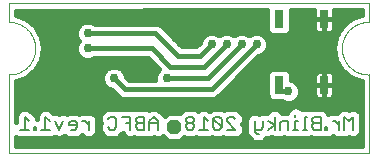
<source format=gbl>
G75*
%MOIN*%
%OFA0B0*%
%FSLAX25Y25*%
%IPPOS*%
%LPD*%
%AMOC8*
5,1,8,0,0,1.08239X$1,22.5*
%
%ADD10C,0.00000*%
%ADD11C,0.00800*%
%ADD12R,0.03000X0.06000*%
%ADD13C,0.02978*%
%ADD14C,0.02400*%
%ADD15C,0.01600*%
%ADD16OC8,0.04750*%
D10*
X0033333Y0005000D02*
X0033333Y0031250D01*
X0033546Y0031253D01*
X0033759Y0031260D01*
X0033972Y0031273D01*
X0034184Y0031291D01*
X0034396Y0031315D01*
X0034607Y0031343D01*
X0034817Y0031377D01*
X0035027Y0031416D01*
X0035236Y0031459D01*
X0035443Y0031508D01*
X0035649Y0031562D01*
X0035854Y0031621D01*
X0036057Y0031685D01*
X0036259Y0031754D01*
X0036459Y0031827D01*
X0036657Y0031906D01*
X0036853Y0031989D01*
X0037047Y0032077D01*
X0037239Y0032170D01*
X0037428Y0032268D01*
X0037615Y0032370D01*
X0037800Y0032476D01*
X0037982Y0032587D01*
X0038161Y0032703D01*
X0038337Y0032822D01*
X0038511Y0032946D01*
X0038681Y0033074D01*
X0038848Y0033207D01*
X0039012Y0033343D01*
X0039172Y0033483D01*
X0039329Y0033627D01*
X0039482Y0033775D01*
X0039632Y0033927D01*
X0039778Y0034082D01*
X0039920Y0034241D01*
X0040059Y0034403D01*
X0040193Y0034568D01*
X0040323Y0034737D01*
X0040449Y0034909D01*
X0040571Y0035084D01*
X0040689Y0035261D01*
X0040802Y0035442D01*
X0040911Y0035625D01*
X0041015Y0035811D01*
X0041115Y0035999D01*
X0041210Y0036190D01*
X0041300Y0036383D01*
X0041386Y0036578D01*
X0041467Y0036775D01*
X0041543Y0036974D01*
X0041614Y0037175D01*
X0041681Y0037377D01*
X0041742Y0037581D01*
X0041798Y0037787D01*
X0041850Y0037994D01*
X0041896Y0038202D01*
X0041937Y0038411D01*
X0041974Y0038621D01*
X0042005Y0038831D01*
X0042031Y0039043D01*
X0042051Y0039255D01*
X0042067Y0039468D01*
X0042077Y0039680D01*
X0042082Y0039893D01*
X0042082Y0040107D01*
X0042077Y0040320D01*
X0042067Y0040532D01*
X0042051Y0040745D01*
X0042031Y0040957D01*
X0042005Y0041169D01*
X0041974Y0041379D01*
X0041937Y0041589D01*
X0041896Y0041798D01*
X0041850Y0042006D01*
X0041798Y0042213D01*
X0041742Y0042419D01*
X0041681Y0042623D01*
X0041614Y0042825D01*
X0041543Y0043026D01*
X0041467Y0043225D01*
X0041386Y0043422D01*
X0041300Y0043617D01*
X0041210Y0043810D01*
X0041115Y0044001D01*
X0041015Y0044189D01*
X0040911Y0044375D01*
X0040802Y0044558D01*
X0040689Y0044739D01*
X0040571Y0044916D01*
X0040449Y0045091D01*
X0040323Y0045263D01*
X0040193Y0045432D01*
X0040059Y0045597D01*
X0039920Y0045759D01*
X0039778Y0045918D01*
X0039632Y0046073D01*
X0039482Y0046225D01*
X0039329Y0046373D01*
X0039172Y0046517D01*
X0039012Y0046657D01*
X0038848Y0046793D01*
X0038681Y0046926D01*
X0038511Y0047054D01*
X0038337Y0047178D01*
X0038161Y0047297D01*
X0037982Y0047413D01*
X0037800Y0047524D01*
X0037615Y0047630D01*
X0037428Y0047732D01*
X0037239Y0047830D01*
X0037047Y0047923D01*
X0036853Y0048011D01*
X0036657Y0048094D01*
X0036459Y0048173D01*
X0036259Y0048246D01*
X0036057Y0048315D01*
X0035854Y0048379D01*
X0035649Y0048438D01*
X0035443Y0048492D01*
X0035236Y0048541D01*
X0035027Y0048584D01*
X0034817Y0048623D01*
X0034607Y0048657D01*
X0034396Y0048685D01*
X0034184Y0048709D01*
X0033972Y0048727D01*
X0033759Y0048740D01*
X0033546Y0048747D01*
X0033333Y0048750D01*
X0033333Y0054961D01*
X0153333Y0055000D01*
X0153333Y0048750D01*
X0153119Y0048754D01*
X0152905Y0048753D01*
X0152691Y0048746D01*
X0152477Y0048735D01*
X0152264Y0048718D01*
X0152051Y0048696D01*
X0151839Y0048668D01*
X0151627Y0048636D01*
X0151416Y0048598D01*
X0151207Y0048556D01*
X0150998Y0048508D01*
X0150790Y0048455D01*
X0150584Y0048397D01*
X0150380Y0048334D01*
X0150177Y0048266D01*
X0149975Y0048193D01*
X0149776Y0048115D01*
X0149578Y0048032D01*
X0149383Y0047944D01*
X0149190Y0047852D01*
X0148999Y0047755D01*
X0148811Y0047653D01*
X0148625Y0047547D01*
X0148441Y0047436D01*
X0148261Y0047321D01*
X0148083Y0047202D01*
X0147909Y0047078D01*
X0147737Y0046950D01*
X0147569Y0046818D01*
X0147404Y0046681D01*
X0147242Y0046541D01*
X0147084Y0046397D01*
X0146929Y0046249D01*
X0146778Y0046097D01*
X0146631Y0045941D01*
X0146488Y0045782D01*
X0146348Y0045620D01*
X0146213Y0045454D01*
X0146081Y0045285D01*
X0145954Y0045113D01*
X0145831Y0044937D01*
X0145713Y0044759D01*
X0145598Y0044578D01*
X0145489Y0044394D01*
X0145384Y0044208D01*
X0145283Y0044019D01*
X0145187Y0043827D01*
X0145096Y0043634D01*
X0145009Y0043438D01*
X0144928Y0043240D01*
X0144851Y0043040D01*
X0144779Y0042838D01*
X0144712Y0042635D01*
X0144650Y0042430D01*
X0144593Y0042224D01*
X0144541Y0042016D01*
X0144495Y0041807D01*
X0144453Y0041597D01*
X0144416Y0041386D01*
X0144385Y0041174D01*
X0144359Y0040962D01*
X0144338Y0040748D01*
X0144322Y0040535D01*
X0144312Y0040321D01*
X0144307Y0040107D01*
X0144307Y0039893D01*
X0144312Y0039679D01*
X0144322Y0039465D01*
X0144338Y0039252D01*
X0144359Y0039038D01*
X0144385Y0038826D01*
X0144416Y0038614D01*
X0144453Y0038403D01*
X0144495Y0038193D01*
X0144541Y0037984D01*
X0144593Y0037776D01*
X0144650Y0037570D01*
X0144712Y0037365D01*
X0144779Y0037162D01*
X0144851Y0036960D01*
X0144928Y0036760D01*
X0145009Y0036562D01*
X0145096Y0036366D01*
X0145187Y0036173D01*
X0145283Y0035981D01*
X0145384Y0035792D01*
X0145489Y0035606D01*
X0145598Y0035422D01*
X0145713Y0035241D01*
X0145831Y0035063D01*
X0145954Y0034887D01*
X0146081Y0034715D01*
X0146213Y0034546D01*
X0146348Y0034380D01*
X0146488Y0034218D01*
X0146631Y0034059D01*
X0146778Y0033903D01*
X0146929Y0033751D01*
X0147084Y0033603D01*
X0147242Y0033459D01*
X0147404Y0033319D01*
X0147569Y0033182D01*
X0147737Y0033050D01*
X0147909Y0032922D01*
X0148083Y0032798D01*
X0148261Y0032679D01*
X0148441Y0032564D01*
X0148625Y0032453D01*
X0148811Y0032347D01*
X0148999Y0032245D01*
X0149190Y0032148D01*
X0149383Y0032056D01*
X0149578Y0031968D01*
X0149776Y0031885D01*
X0149975Y0031807D01*
X0150177Y0031734D01*
X0150380Y0031666D01*
X0150584Y0031603D01*
X0150790Y0031545D01*
X0150998Y0031492D01*
X0151207Y0031444D01*
X0151416Y0031402D01*
X0151627Y0031364D01*
X0151839Y0031332D01*
X0152051Y0031304D01*
X0152264Y0031282D01*
X0152477Y0031265D01*
X0152691Y0031254D01*
X0152905Y0031247D01*
X0153119Y0031246D01*
X0153333Y0031250D01*
X0153333Y0005000D01*
X0033333Y0005000D01*
D11*
X0037161Y0012900D02*
X0039963Y0012900D01*
X0038562Y0012900D02*
X0038562Y0017104D01*
X0039963Y0015702D01*
X0041565Y0013601D02*
X0041565Y0012900D01*
X0042265Y0012900D01*
X0042265Y0013601D01*
X0041565Y0013601D01*
X0044067Y0012900D02*
X0046869Y0012900D01*
X0045468Y0012900D02*
X0045468Y0017104D01*
X0046869Y0015702D01*
X0048671Y0015702D02*
X0050072Y0012900D01*
X0051473Y0015702D01*
X0053275Y0015002D02*
X0053275Y0014301D01*
X0056077Y0014301D01*
X0056077Y0013601D02*
X0055377Y0012900D01*
X0053975Y0012900D01*
X0053275Y0015002D02*
X0053975Y0015702D01*
X0055377Y0015702D01*
X0056077Y0015002D01*
X0056077Y0013601D01*
X0058513Y0015702D02*
X0059914Y0014301D01*
X0059914Y0012900D02*
X0059914Y0015702D01*
X0058513Y0015702D02*
X0057812Y0015702D01*
X0066319Y0016403D02*
X0067020Y0017104D01*
X0068421Y0017104D01*
X0069122Y0016403D01*
X0069122Y0013601D01*
X0068421Y0012900D01*
X0067020Y0012900D01*
X0066319Y0013601D01*
X0070923Y0017104D02*
X0073725Y0017104D01*
X0073725Y0012900D01*
X0075527Y0013601D02*
X0075527Y0014301D01*
X0076228Y0015002D01*
X0078329Y0015002D01*
X0080131Y0015002D02*
X0082933Y0015002D01*
X0082933Y0015702D02*
X0081532Y0017104D01*
X0080131Y0015702D01*
X0080131Y0012900D01*
X0078329Y0012900D02*
X0076228Y0012900D01*
X0075527Y0013601D01*
X0076228Y0015002D02*
X0075527Y0015702D01*
X0075527Y0016403D01*
X0076228Y0017104D01*
X0078329Y0017104D01*
X0078329Y0012900D01*
X0082933Y0012900D02*
X0082933Y0015702D01*
X0073725Y0015002D02*
X0072324Y0015002D01*
X0092186Y0015702D02*
X0092886Y0015002D01*
X0094288Y0015002D01*
X0094988Y0015702D01*
X0094988Y0016403D01*
X0094288Y0017104D01*
X0092886Y0017104D01*
X0092186Y0016403D01*
X0092186Y0015702D01*
X0092886Y0015002D02*
X0092186Y0014301D01*
X0092186Y0013601D01*
X0092886Y0012900D01*
X0094288Y0012900D01*
X0094988Y0013601D01*
X0094988Y0014301D01*
X0094288Y0015002D01*
X0096790Y0012900D02*
X0099592Y0012900D01*
X0098191Y0012900D02*
X0098191Y0017104D01*
X0099592Y0015702D01*
X0101394Y0016403D02*
X0102094Y0017104D01*
X0103495Y0017104D01*
X0104196Y0016403D01*
X0104196Y0013601D01*
X0101394Y0016403D01*
X0101394Y0013601D01*
X0102094Y0012900D01*
X0103495Y0012900D01*
X0104196Y0013601D01*
X0105998Y0012900D02*
X0108800Y0012900D01*
X0105998Y0015702D01*
X0105998Y0016403D01*
X0106698Y0017104D01*
X0108099Y0017104D01*
X0108800Y0016403D01*
X0115205Y0015702D02*
X0115205Y0012199D01*
X0115906Y0011499D01*
X0116607Y0011499D01*
X0117307Y0012900D02*
X0115205Y0012900D01*
X0117307Y0012900D02*
X0118008Y0013601D01*
X0118008Y0015702D01*
X0119743Y0015702D02*
X0121844Y0014301D01*
X0119743Y0012900D01*
X0121844Y0012900D02*
X0121844Y0017104D01*
X0123646Y0015002D02*
X0123646Y0012900D01*
X0123646Y0015002D02*
X0124347Y0015702D01*
X0126448Y0015702D01*
X0126448Y0012900D01*
X0128116Y0012900D02*
X0129518Y0012900D01*
X0128817Y0012900D02*
X0128817Y0015702D01*
X0129518Y0015702D01*
X0128817Y0017104D02*
X0128817Y0017804D01*
X0131886Y0017104D02*
X0131886Y0012900D01*
X0131186Y0012900D02*
X0132587Y0012900D01*
X0134388Y0013601D02*
X0134388Y0014301D01*
X0135089Y0015002D01*
X0137191Y0015002D01*
X0135089Y0015002D02*
X0134388Y0015702D01*
X0134388Y0016403D01*
X0135089Y0017104D01*
X0137191Y0017104D01*
X0137191Y0012900D01*
X0135089Y0012900D01*
X0134388Y0013601D01*
X0138792Y0013601D02*
X0138792Y0012900D01*
X0139493Y0012900D01*
X0139493Y0013601D01*
X0138792Y0013601D01*
X0141228Y0015702D02*
X0141928Y0015702D01*
X0143329Y0014301D01*
X0143329Y0012900D02*
X0143329Y0015702D01*
X0145131Y0017104D02*
X0145131Y0012900D01*
X0147933Y0012900D02*
X0147933Y0017104D01*
X0146532Y0015702D01*
X0145131Y0017104D01*
X0132587Y0017104D02*
X0131886Y0017104D01*
D12*
X0138333Y0027750D03*
X0123333Y0027750D03*
X0123333Y0049750D03*
X0138333Y0049750D03*
D13*
X0147932Y0051106D03*
X0140833Y0042500D03*
X0140833Y0037500D03*
X0130833Y0027500D03*
X0126458Y0025625D03*
X0130833Y0023750D03*
X0115833Y0041250D03*
X0110833Y0041250D03*
X0105833Y0041250D03*
X0100833Y0041250D03*
X0093333Y0041250D03*
X0085833Y0050000D03*
X0059583Y0045000D03*
X0059583Y0040000D03*
X0059583Y0030000D03*
X0068333Y0030000D03*
X0085833Y0030000D03*
X0043333Y0030000D03*
X0043333Y0050000D03*
D14*
X0059583Y0030000D02*
X0068333Y0022500D01*
X0107083Y0022500D01*
X0119583Y0035000D01*
X0125833Y0035000D01*
X0129391Y0031442D01*
X0130641Y0027788D01*
X0130833Y0027500D01*
X0130833Y0023750D01*
X0130833Y0027500D02*
X0140833Y0037500D01*
X0140833Y0042500D01*
X0140833Y0044008D01*
X0147932Y0051106D01*
X0137083Y0040000D01*
X0123333Y0040000D01*
X0117083Y0046250D01*
X0098333Y0046250D01*
X0093333Y0041250D01*
X0147932Y0051106D02*
X0148075Y0051250D01*
X0148333Y0051250D01*
D15*
X0147599Y0049931D02*
X0144480Y0047405D01*
X0144480Y0047405D01*
X0144480Y0047405D01*
X0142437Y0043950D01*
X0141727Y0040000D01*
X0142437Y0036050D01*
X0144480Y0032595D01*
X0147599Y0030069D01*
X0150933Y0028946D01*
X0150933Y0007400D01*
X0035733Y0007400D01*
X0035733Y0010461D01*
X0036604Y0010100D01*
X0040520Y0010100D01*
X0040764Y0010201D01*
X0041008Y0010100D01*
X0042822Y0010100D01*
X0043166Y0010242D01*
X0043510Y0010100D01*
X0047426Y0010100D01*
X0048455Y0010526D01*
X0048490Y0010561D01*
X0048504Y0010553D01*
X0048658Y0010420D01*
X0048998Y0010307D01*
X0049318Y0010147D01*
X0049521Y0010132D01*
X0049715Y0010068D01*
X0050072Y0010093D01*
X0050429Y0010068D01*
X0050623Y0010132D01*
X0050826Y0010147D01*
X0051146Y0010307D01*
X0051486Y0010420D01*
X0051640Y0010553D01*
X0051822Y0010645D01*
X0052031Y0010885D01*
X0052389Y0010526D01*
X0053418Y0010100D01*
X0055933Y0010100D01*
X0056963Y0010526D01*
X0057645Y0011209D01*
X0058328Y0010526D01*
X0059357Y0010100D01*
X0060471Y0010100D01*
X0061500Y0010526D01*
X0062287Y0011314D01*
X0062714Y0012343D01*
X0062714Y0016259D01*
X0062287Y0017288D01*
X0061500Y0018076D01*
X0060471Y0018502D01*
X0059357Y0018502D01*
X0059213Y0018443D01*
X0059069Y0018502D01*
X0057255Y0018502D01*
X0056594Y0018229D01*
X0055933Y0018502D01*
X0053418Y0018502D01*
X0052716Y0018211D01*
X0052227Y0018456D01*
X0051116Y0018535D01*
X0050072Y0018187D01*
X0049028Y0018535D01*
X0048065Y0018466D01*
X0047842Y0018690D01*
X0047054Y0019477D01*
X0046439Y0019732D01*
X0046025Y0019904D01*
X0044911Y0019904D01*
X0043882Y0019477D01*
X0043094Y0018690D01*
X0042840Y0018075D01*
X0042668Y0017661D01*
X0042668Y0016489D01*
X0042337Y0017288D01*
X0040936Y0018690D01*
X0040148Y0019477D01*
X0039533Y0019732D01*
X0039119Y0019904D01*
X0038005Y0019904D01*
X0036976Y0019477D01*
X0036188Y0018690D01*
X0035934Y0018075D01*
X0035762Y0017661D01*
X0035762Y0015351D01*
X0035733Y0015339D01*
X0035733Y0029008D01*
X0038994Y0030195D01*
X0038994Y0030195D01*
X0042006Y0032722D01*
X0042006Y0032722D01*
X0042006Y0032722D01*
X0043973Y0036128D01*
X0044655Y0040000D01*
X0043973Y0043872D01*
X0042006Y0047278D01*
X0038994Y0049805D01*
X0035733Y0050992D01*
X0035733Y0052561D01*
X0119433Y0052589D01*
X0119433Y0046273D01*
X0119799Y0045391D01*
X0120474Y0044715D01*
X0121356Y0044350D01*
X0125311Y0044350D01*
X0126193Y0044715D01*
X0126868Y0045391D01*
X0127233Y0046273D01*
X0127233Y0052591D01*
X0135033Y0052594D01*
X0135033Y0049750D01*
X0135033Y0046513D01*
X0135156Y0046055D01*
X0135393Y0045645D01*
X0135728Y0045310D01*
X0136139Y0045073D01*
X0136596Y0044950D01*
X0138333Y0044950D01*
X0138333Y0049750D01*
X0138333Y0049750D01*
X0135033Y0049750D01*
X0138333Y0049750D01*
X0138333Y0049750D01*
X0138333Y0044950D01*
X0140070Y0044950D01*
X0140528Y0045073D01*
X0140939Y0045310D01*
X0141274Y0045645D01*
X0141511Y0046055D01*
X0141633Y0046513D01*
X0141633Y0049750D01*
X0141633Y0052596D01*
X0150933Y0052599D01*
X0150933Y0051054D01*
X0147599Y0049931D01*
X0147599Y0049931D01*
X0147133Y0049554D02*
X0141633Y0049554D01*
X0141633Y0049750D02*
X0138333Y0049750D01*
X0141633Y0049750D01*
X0141633Y0051152D02*
X0150933Y0051152D01*
X0145160Y0047955D02*
X0141633Y0047955D01*
X0141591Y0046357D02*
X0143860Y0046357D01*
X0142915Y0044758D02*
X0126236Y0044758D01*
X0127233Y0046357D02*
X0135075Y0046357D01*
X0135033Y0047955D02*
X0127233Y0047955D01*
X0127233Y0049554D02*
X0135033Y0049554D01*
X0135033Y0051152D02*
X0127233Y0051152D01*
X0119433Y0051152D02*
X0035733Y0051152D01*
X0038994Y0049805D02*
X0038994Y0049805D01*
X0039294Y0049554D02*
X0119433Y0049554D01*
X0119433Y0047955D02*
X0083310Y0047955D01*
X0083896Y0047713D02*
X0082720Y0048200D01*
X0061883Y0048200D01*
X0061786Y0048297D01*
X0060357Y0048889D01*
X0058810Y0048889D01*
X0057380Y0048297D01*
X0056286Y0047203D01*
X0055694Y0045774D01*
X0055694Y0044226D01*
X0056286Y0042797D01*
X0056584Y0042500D01*
X0056286Y0042203D01*
X0055694Y0040774D01*
X0055694Y0039226D01*
X0056286Y0037797D01*
X0057380Y0036703D01*
X0058810Y0036111D01*
X0060357Y0036111D01*
X0061786Y0036703D01*
X0061883Y0036800D01*
X0079508Y0036800D01*
X0083321Y0032987D01*
X0082536Y0032203D01*
X0081944Y0030774D01*
X0081944Y0029450D01*
X0073409Y0029450D01*
X0072222Y0030637D01*
X0072222Y0030774D01*
X0071630Y0032203D01*
X0070536Y0033297D01*
X0069107Y0033889D01*
X0067560Y0033889D01*
X0066130Y0033297D01*
X0065036Y0032203D01*
X0064444Y0030774D01*
X0064444Y0029226D01*
X0065036Y0027797D01*
X0066130Y0026703D01*
X0067560Y0026111D01*
X0067697Y0026111D01*
X0069370Y0024437D01*
X0070271Y0023537D01*
X0071447Y0023050D01*
X0101470Y0023050D01*
X0102646Y0023537D01*
X0103546Y0024437D01*
X0116470Y0037361D01*
X0116607Y0037361D01*
X0118036Y0037953D01*
X0119130Y0039047D01*
X0119722Y0040476D01*
X0119722Y0042024D01*
X0119130Y0043453D01*
X0118036Y0044547D01*
X0116607Y0045139D01*
X0115060Y0045139D01*
X0113630Y0044547D01*
X0113333Y0044250D01*
X0113036Y0044547D01*
X0111607Y0045139D01*
X0110060Y0045139D01*
X0108630Y0044547D01*
X0108333Y0044250D01*
X0108036Y0044547D01*
X0106607Y0045139D01*
X0105060Y0045139D01*
X0103630Y0044547D01*
X0103333Y0044250D01*
X0103036Y0044547D01*
X0101607Y0045139D01*
X0100060Y0045139D01*
X0098630Y0044547D01*
X0097536Y0043453D01*
X0096944Y0042024D01*
X0096944Y0041887D01*
X0095758Y0040700D01*
X0090909Y0040700D01*
X0083896Y0047713D01*
X0085252Y0046357D02*
X0119433Y0046357D01*
X0120431Y0044758D02*
X0117526Y0044758D01*
X0119252Y0043160D02*
X0142295Y0043160D01*
X0142437Y0043950D02*
X0142437Y0043950D01*
X0138333Y0046357D02*
X0138333Y0046357D01*
X0138333Y0047955D02*
X0138333Y0047955D01*
X0138333Y0049554D02*
X0138333Y0049554D01*
X0138333Y0049750D02*
X0138333Y0049750D01*
X0142007Y0041561D02*
X0119722Y0041561D01*
X0119510Y0039963D02*
X0141733Y0039963D01*
X0141727Y0040000D02*
X0141727Y0040000D01*
X0142021Y0038364D02*
X0118447Y0038364D01*
X0115875Y0036766D02*
X0142308Y0036766D01*
X0142437Y0036050D02*
X0142437Y0036050D01*
X0142959Y0035167D02*
X0114276Y0035167D01*
X0112678Y0033569D02*
X0143904Y0033569D01*
X0144480Y0032595D02*
X0144480Y0032595D01*
X0145252Y0031970D02*
X0141159Y0031970D01*
X0141274Y0031855D02*
X0140939Y0032190D01*
X0140528Y0032427D01*
X0140070Y0032550D01*
X0138333Y0032550D01*
X0136596Y0032550D01*
X0136139Y0032427D01*
X0135728Y0032190D01*
X0135393Y0031855D01*
X0135156Y0031445D01*
X0135033Y0030987D01*
X0135033Y0027750D01*
X0135033Y0024513D01*
X0135156Y0024055D01*
X0135393Y0023645D01*
X0135728Y0023310D01*
X0136139Y0023073D01*
X0136596Y0022950D01*
X0138333Y0022950D01*
X0138333Y0027750D01*
X0138333Y0027750D01*
X0135033Y0027750D01*
X0138333Y0027750D01*
X0138333Y0032550D01*
X0138333Y0027750D01*
X0138333Y0027750D01*
X0138333Y0027750D01*
X0138333Y0022950D01*
X0140070Y0022950D01*
X0140528Y0023073D01*
X0140939Y0023310D01*
X0141274Y0023645D01*
X0141511Y0024055D01*
X0141633Y0024513D01*
X0141633Y0027750D01*
X0141633Y0030987D01*
X0141511Y0031445D01*
X0141274Y0031855D01*
X0141633Y0030372D02*
X0147225Y0030372D01*
X0147599Y0030069D02*
X0147599Y0030069D01*
X0150933Y0028773D02*
X0141633Y0028773D01*
X0141633Y0027750D02*
X0138333Y0027750D01*
X0138333Y0027750D01*
X0141633Y0027750D01*
X0141633Y0027175D02*
X0150933Y0027175D01*
X0150933Y0025576D02*
X0141633Y0025576D01*
X0141466Y0023978D02*
X0150933Y0023978D01*
X0150933Y0022379D02*
X0128712Y0022379D01*
X0128661Y0022328D02*
X0129755Y0023422D01*
X0130347Y0024851D01*
X0130347Y0026399D01*
X0129755Y0027828D01*
X0128661Y0028922D01*
X0127233Y0029513D01*
X0127233Y0031227D01*
X0126868Y0032109D01*
X0126193Y0032785D01*
X0125311Y0033150D01*
X0121356Y0033150D01*
X0120474Y0032785D01*
X0119799Y0032109D01*
X0119433Y0031227D01*
X0119433Y0024273D01*
X0119799Y0023391D01*
X0120474Y0022715D01*
X0121356Y0022350D01*
X0124233Y0022350D01*
X0124255Y0022328D01*
X0125685Y0021736D01*
X0127232Y0021736D01*
X0128661Y0022328D01*
X0128260Y0020604D02*
X0127231Y0020178D01*
X0126443Y0019390D01*
X0126076Y0018502D01*
X0124296Y0018502D01*
X0124218Y0018690D01*
X0123430Y0019477D01*
X0122401Y0019904D01*
X0121287Y0019904D01*
X0120258Y0019477D01*
X0119471Y0018690D01*
X0119387Y0018487D01*
X0118858Y0018381D01*
X0118565Y0018502D01*
X0117451Y0018502D01*
X0116607Y0018153D01*
X0115762Y0018502D01*
X0114648Y0018502D01*
X0113619Y0018076D01*
X0112832Y0017288D01*
X0112405Y0016259D01*
X0112405Y0011642D01*
X0112652Y0011048D01*
X0112832Y0010613D01*
X0113532Y0009913D01*
X0113532Y0009913D01*
X0114320Y0009125D01*
X0114929Y0008873D01*
X0115349Y0008699D01*
X0117164Y0008699D01*
X0118193Y0009125D01*
X0118980Y0009913D01*
X0119089Y0010175D01*
X0119740Y0010045D01*
X0120832Y0010261D01*
X0120858Y0010278D01*
X0121287Y0010100D01*
X0122401Y0010100D01*
X0122745Y0010242D01*
X0123089Y0010100D01*
X0124203Y0010100D01*
X0125047Y0010450D01*
X0125891Y0010100D01*
X0127005Y0010100D01*
X0127282Y0010215D01*
X0127559Y0010100D01*
X0130075Y0010100D01*
X0130352Y0010215D01*
X0130629Y0010100D01*
X0133144Y0010100D01*
X0133838Y0010388D01*
X0134532Y0010100D01*
X0137748Y0010100D01*
X0137992Y0010201D01*
X0138235Y0010100D01*
X0140050Y0010100D01*
X0141079Y0010526D01*
X0141411Y0010859D01*
X0141743Y0010526D01*
X0142772Y0010100D01*
X0143886Y0010100D01*
X0144230Y0010242D01*
X0144574Y0010100D01*
X0145688Y0010100D01*
X0146532Y0010450D01*
X0147376Y0010100D01*
X0148490Y0010100D01*
X0149519Y0010526D01*
X0150307Y0011314D01*
X0150733Y0012343D01*
X0150733Y0017661D01*
X0150552Y0018099D01*
X0150307Y0018690D01*
X0149519Y0019477D01*
X0149490Y0019489D01*
X0148490Y0019904D01*
X0147376Y0019904D01*
X0146938Y0019722D01*
X0146532Y0019554D01*
X0146102Y0019732D01*
X0145688Y0019904D01*
X0144574Y0019904D01*
X0143545Y0019477D01*
X0142757Y0018690D01*
X0142660Y0018456D01*
X0142629Y0018443D01*
X0142485Y0018502D01*
X0140671Y0018502D01*
X0139793Y0018139D01*
X0139565Y0018690D01*
X0138777Y0019477D01*
X0137748Y0019904D01*
X0134532Y0019904D01*
X0134100Y0019724D01*
X0133838Y0019616D01*
X0133144Y0019904D01*
X0131329Y0019904D01*
X0130868Y0019713D01*
X0130403Y0020178D01*
X0129374Y0020604D01*
X0128260Y0020604D01*
X0126357Y0019182D02*
X0123726Y0019182D01*
X0119963Y0019182D02*
X0109981Y0019182D01*
X0109708Y0019454D02*
X0109685Y0019477D01*
X0109089Y0019724D01*
X0108656Y0019904D01*
X0106141Y0019904D01*
X0105503Y0019639D01*
X0105112Y0019477D01*
X0105097Y0019462D01*
X0105082Y0019477D01*
X0104473Y0019730D01*
X0104052Y0019904D01*
X0101537Y0019904D01*
X0101105Y0019724D01*
X0100508Y0019477D01*
X0100485Y0019454D01*
X0100143Y0019112D01*
X0099777Y0019477D01*
X0099162Y0019732D01*
X0098748Y0019904D01*
X0097634Y0019904D01*
X0096605Y0019477D01*
X0096239Y0019112D01*
X0095874Y0019477D01*
X0095265Y0019730D01*
X0094845Y0019904D01*
X0092329Y0019904D01*
X0091897Y0019724D01*
X0091300Y0019477D01*
X0091277Y0019454D01*
X0090513Y0018690D01*
X0090329Y0018506D01*
X0090311Y0018525D01*
X0086356Y0018525D01*
X0085213Y0017382D01*
X0083906Y0018690D01*
X0083118Y0019477D01*
X0082683Y0019657D01*
X0082089Y0019904D01*
X0080975Y0019904D01*
X0080364Y0019650D01*
X0079946Y0019477D01*
X0079931Y0019462D01*
X0079915Y0019477D01*
X0078886Y0019904D01*
X0075671Y0019904D01*
X0075457Y0019815D01*
X0074977Y0019616D01*
X0074282Y0019904D01*
X0070366Y0019904D01*
X0069672Y0019616D01*
X0069410Y0019724D01*
X0068978Y0019904D01*
X0066463Y0019904D01*
X0066043Y0019730D01*
X0065434Y0019477D01*
X0064646Y0018690D01*
X0064646Y0018690D01*
X0063945Y0017989D01*
X0063519Y0016960D01*
X0063519Y0015846D01*
X0063869Y0015002D01*
X0063519Y0014158D01*
X0063519Y0013044D01*
X0063945Y0012015D01*
X0065434Y0010526D01*
X0066463Y0010100D01*
X0068978Y0010100D01*
X0070007Y0010526D01*
X0070795Y0011314D01*
X0071189Y0011708D01*
X0071352Y0011314D01*
X0072139Y0010526D01*
X0073169Y0010100D01*
X0074282Y0010100D01*
X0074977Y0010388D01*
X0075671Y0010100D01*
X0078886Y0010100D01*
X0079230Y0010242D01*
X0079574Y0010100D01*
X0080688Y0010100D01*
X0081532Y0010450D01*
X0082376Y0010100D01*
X0083490Y0010100D01*
X0084519Y0010526D01*
X0084662Y0010669D01*
X0086356Y0008975D01*
X0090311Y0008975D01*
X0091698Y0010362D01*
X0092329Y0010100D01*
X0094845Y0010100D01*
X0095539Y0010388D01*
X0096233Y0010100D01*
X0100149Y0010100D01*
X0100843Y0010388D01*
X0101537Y0010100D01*
X0104052Y0010100D01*
X0104747Y0010388D01*
X0105441Y0010100D01*
X0109357Y0010100D01*
X0110386Y0010526D01*
X0111174Y0011314D01*
X0111600Y0012343D01*
X0111600Y0013457D01*
X0111174Y0014486D01*
X0111008Y0014651D01*
X0111174Y0014817D01*
X0111600Y0015846D01*
X0111600Y0016960D01*
X0111174Y0017989D01*
X0110473Y0018690D01*
X0109708Y0019454D01*
X0109685Y0019477D02*
X0109685Y0019477D01*
X0109685Y0019477D01*
X0110473Y0018690D02*
X0110473Y0018690D01*
X0111342Y0017584D02*
X0113127Y0017584D01*
X0112405Y0015985D02*
X0111600Y0015985D01*
X0111215Y0014387D02*
X0112405Y0014387D01*
X0112405Y0012788D02*
X0111600Y0012788D01*
X0111049Y0011190D02*
X0112593Y0011190D01*
X0113854Y0009591D02*
X0090927Y0009591D01*
X0085740Y0009591D02*
X0035733Y0009591D01*
X0035733Y0007993D02*
X0150933Y0007993D01*
X0150933Y0009591D02*
X0118659Y0009591D01*
X0105112Y0019477D02*
X0105112Y0019477D01*
X0105112Y0019477D01*
X0100508Y0019477D02*
X0100508Y0019477D01*
X0100213Y0019182D02*
X0100072Y0019182D01*
X0096310Y0019182D02*
X0096169Y0019182D01*
X0091300Y0019477D02*
X0091300Y0019477D01*
X0091005Y0019182D02*
X0083413Y0019182D01*
X0083906Y0018690D02*
X0083906Y0018690D01*
X0085012Y0017584D02*
X0085414Y0017584D01*
X0090513Y0018690D02*
X0090513Y0018690D01*
X0079946Y0019477D02*
X0079946Y0019477D01*
X0069830Y0023978D02*
X0035733Y0023978D01*
X0035733Y0025576D02*
X0068232Y0025576D01*
X0065659Y0027175D02*
X0035733Y0027175D01*
X0035733Y0028773D02*
X0064632Y0028773D01*
X0064444Y0030372D02*
X0039205Y0030372D01*
X0041110Y0031970D02*
X0064940Y0031970D01*
X0066787Y0033569D02*
X0042495Y0033569D01*
X0043418Y0035167D02*
X0081141Y0035167D01*
X0082739Y0033569D02*
X0069880Y0033569D01*
X0071727Y0031970D02*
X0082440Y0031970D01*
X0081944Y0030372D02*
X0072487Y0030372D01*
X0072083Y0026250D02*
X0068333Y0030000D01*
X0072083Y0026250D02*
X0100833Y0026250D01*
X0115833Y0041250D01*
X0114141Y0044758D02*
X0112526Y0044758D01*
X0109141Y0044758D02*
X0107526Y0044758D01*
X0104141Y0044758D02*
X0102526Y0044758D01*
X0099141Y0044758D02*
X0086850Y0044758D01*
X0088449Y0043160D02*
X0097415Y0043160D01*
X0096619Y0041561D02*
X0090048Y0041561D01*
X0089583Y0037500D02*
X0097083Y0037500D01*
X0100833Y0041250D01*
X0105833Y0041250D02*
X0098333Y0033750D01*
X0087083Y0033750D01*
X0080833Y0040000D01*
X0059583Y0040000D01*
X0056021Y0041561D02*
X0044380Y0041561D01*
X0044655Y0040000D02*
X0044655Y0040000D01*
X0044649Y0039963D02*
X0055694Y0039963D01*
X0056051Y0038364D02*
X0044367Y0038364D01*
X0044085Y0036766D02*
X0057318Y0036766D01*
X0061849Y0036766D02*
X0079542Y0036766D01*
X0082083Y0045000D02*
X0089583Y0037500D01*
X0085833Y0030000D02*
X0099583Y0030000D01*
X0110833Y0041250D01*
X0111079Y0031970D02*
X0119741Y0031970D01*
X0119433Y0030372D02*
X0109481Y0030372D01*
X0107882Y0028773D02*
X0119433Y0028773D01*
X0119433Y0027175D02*
X0106284Y0027175D01*
X0104685Y0025576D02*
X0119433Y0025576D01*
X0119555Y0023978D02*
X0103086Y0023978D01*
X0121286Y0022379D02*
X0035733Y0022379D01*
X0035733Y0020781D02*
X0150933Y0020781D01*
X0150933Y0019182D02*
X0149815Y0019182D01*
X0150307Y0018690D02*
X0150307Y0018690D01*
X0150733Y0017584D02*
X0150933Y0017584D01*
X0150933Y0015985D02*
X0150733Y0015985D01*
X0150733Y0014387D02*
X0150933Y0014387D01*
X0150933Y0012788D02*
X0150733Y0012788D01*
X0150933Y0011190D02*
X0150183Y0011190D01*
X0143250Y0019182D02*
X0139072Y0019182D01*
X0138333Y0023978D02*
X0138333Y0023978D01*
X0138333Y0025576D02*
X0138333Y0025576D01*
X0138333Y0027175D02*
X0138333Y0027175D01*
X0138333Y0028773D02*
X0138333Y0028773D01*
X0138333Y0030372D02*
X0138333Y0030372D01*
X0138333Y0031970D02*
X0138333Y0031970D01*
X0135508Y0031970D02*
X0126926Y0031970D01*
X0127233Y0030372D02*
X0135033Y0030372D01*
X0135033Y0028773D02*
X0128810Y0028773D01*
X0130026Y0027175D02*
X0135033Y0027175D01*
X0135033Y0025576D02*
X0130347Y0025576D01*
X0129985Y0023978D02*
X0135201Y0023978D01*
X0126458Y0025625D02*
X0123333Y0025625D01*
X0123333Y0027750D01*
X0125833Y0025625D02*
X0126458Y0025625D01*
X0082083Y0045000D02*
X0059583Y0045000D01*
X0055936Y0046357D02*
X0042538Y0046357D01*
X0042006Y0047278D02*
X0042006Y0047278D01*
X0041199Y0047955D02*
X0057039Y0047955D01*
X0055694Y0044758D02*
X0043461Y0044758D01*
X0043973Y0043872D02*
X0043973Y0043872D01*
X0044098Y0043160D02*
X0056136Y0043160D01*
X0043973Y0036128D02*
X0043973Y0036128D01*
X0043587Y0019182D02*
X0040443Y0019182D01*
X0040936Y0018690D02*
X0040936Y0018690D01*
X0042042Y0017584D02*
X0042668Y0017584D01*
X0047349Y0019182D02*
X0065139Y0019182D01*
X0063778Y0017584D02*
X0061992Y0017584D01*
X0062714Y0015985D02*
X0063519Y0015985D01*
X0063614Y0014387D02*
X0062714Y0014387D01*
X0062714Y0012788D02*
X0063625Y0012788D01*
X0064770Y0011190D02*
X0062163Y0011190D01*
X0057664Y0011190D02*
X0057626Y0011190D01*
X0047842Y0018690D02*
X0047842Y0018690D01*
X0036681Y0019182D02*
X0035733Y0019182D01*
X0035733Y0017584D02*
X0035762Y0017584D01*
X0035733Y0015985D02*
X0035762Y0015985D01*
X0070670Y0011190D02*
X0071476Y0011190D01*
D16*
X0088333Y0013750D03*
M02*

</source>
